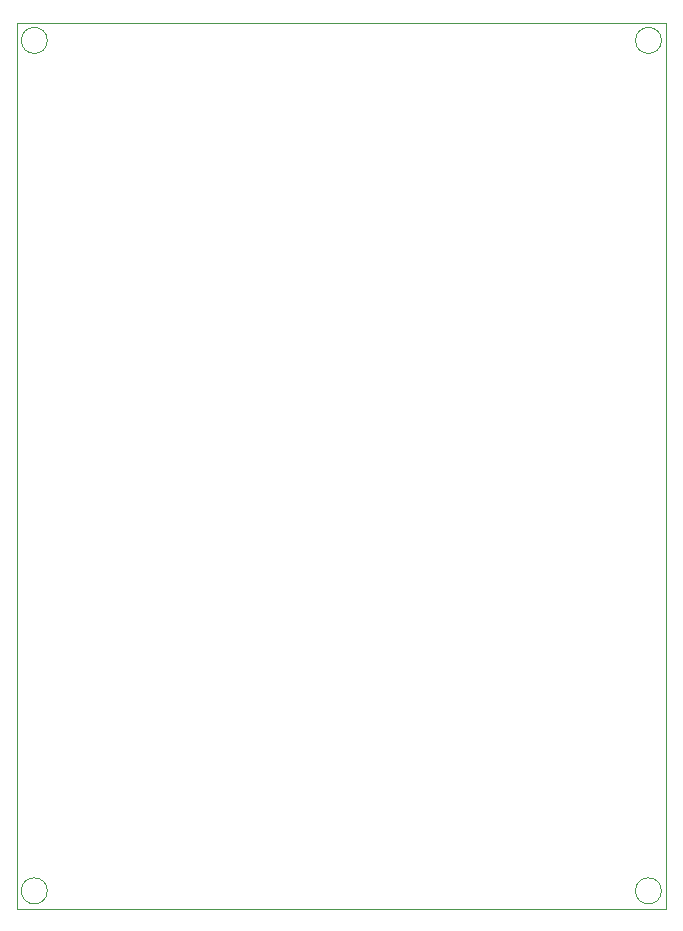
<source format=gm1>
G04 #@! TF.GenerationSoftware,KiCad,Pcbnew,(5.1.5-0-10_14)*
G04 #@! TF.CreationDate,2020-02-16T15:34:34-08:00*
G04 #@! TF.ProjectId,blinds_motor_driver,626c696e-6473-45f6-9d6f-746f725f6472,rev?*
G04 #@! TF.SameCoordinates,Original*
G04 #@! TF.FileFunction,Profile,NP*
%FSLAX46Y46*%
G04 Gerber Fmt 4.6, Leading zero omitted, Abs format (unit mm)*
G04 Created by KiCad (PCBNEW (5.1.5-0-10_14)) date 2020-02-16 15:34:34*
%MOMM*%
%LPD*%
G04 APERTURE LIST*
%ADD10C,0.050000*%
G04 APERTURE END LIST*
D10*
X102600000Y-123500000D02*
G75*
G03X102600000Y-123500000I-1100000J0D01*
G01*
X154600000Y-123500000D02*
G75*
G03X154600000Y-123500000I-1100000J0D01*
G01*
X154600000Y-51500000D02*
G75*
G03X154600000Y-51500000I-1100000J0D01*
G01*
X102600000Y-51500000D02*
G75*
G03X102600000Y-51500000I-1100000J0D01*
G01*
X155000000Y-125000000D02*
X100000000Y-125000000D01*
X155000000Y-50000000D02*
X155000000Y-125000000D01*
X100000000Y-50000000D02*
X100000000Y-125000000D01*
X100000000Y-50000000D02*
X155000000Y-50000000D01*
M02*

</source>
